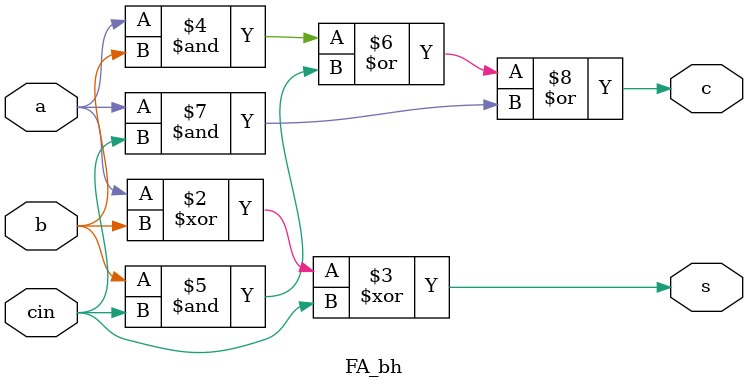
<source format=v>
`timescale 1ns / 1ps


module FA_bh(s,c,a,b,cin);
input a,b,cin;
output reg s,c;
always @(a,b,cin)
begin
	s = a^b^cin;
	c = a&b | b&cin |a&cin;
end
endmodule
</source>
